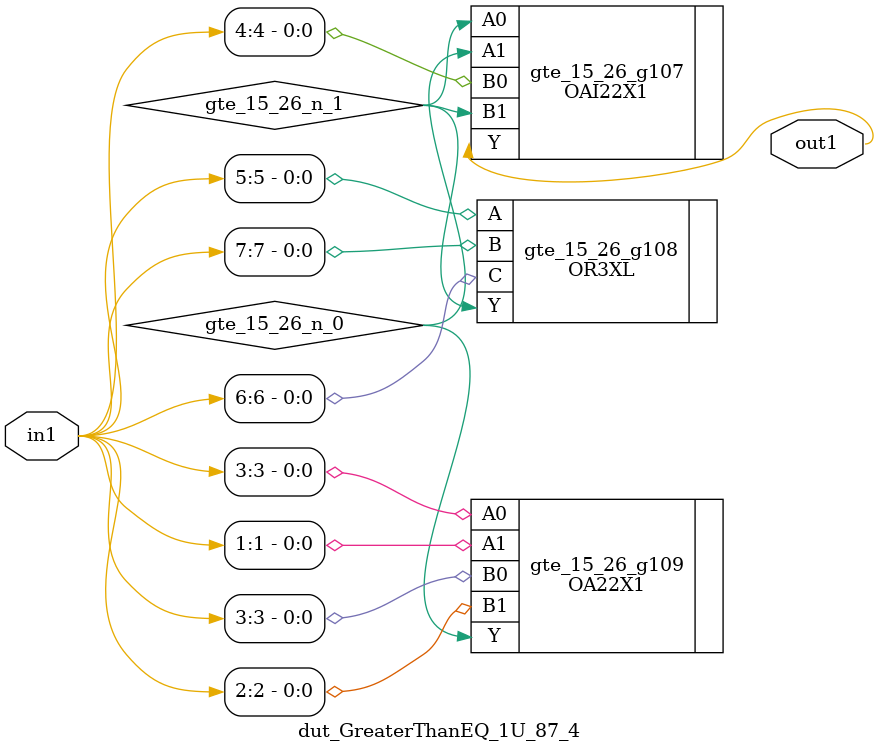
<source format=v>
`timescale 1ps / 1ps


module dut_GreaterThanEQ_1U_87_4(in1, out1);
  input [7:0] in1;
  output out1;
  wire [7:0] in1;
  wire out1;
  wire gte_15_26_n_0, gte_15_26_n_1;
  OAI22X1 gte_15_26_g107(.A0 (gte_15_26_n_1), .A1 (gte_15_26_n_0), .B0
       (in1[4]), .B1 (gte_15_26_n_1), .Y (out1));
  OR3XL gte_15_26_g108(.A (in1[5]), .B (in1[7]), .C (in1[6]), .Y
       (gte_15_26_n_1));
  OA22X1 gte_15_26_g109(.A0 (in1[3]), .A1 (in1[1]), .B0 (in1[3]), .B1
       (in1[2]), .Y (gte_15_26_n_0));
endmodule



</source>
